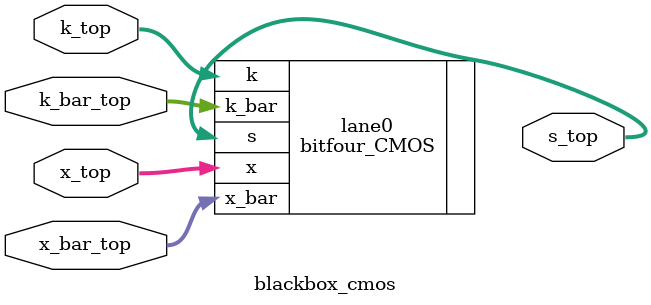
<source format=v>
module blackbox_cmos(
`ifdef USE_POWER_PINS	
	inout VDD,
	inout GND,
`endif
	input [BIT_SIZE-1:0] x_top,
	input [BIT_SIZE-1:0] x_bar_top,
	input [BIT_SIZE-1:0] k_top,
	input [BIT_SIZE-1:0] k_bar_top,
	output [BIT_SIZE-1:0] s_top
);

parameter BIT_SIZE = 4;

bitfour_CMOS lane0 (
`ifdef USE_POWER_PINS	
	.VDD(VDD),
	.GND(GND),
`endif
	.s(s_top[3:0]),
	.x(x_top[3:0]),
	.x_bar(x_bar_top[3:0]),
	.k(k_top[3:0]),
	.k_bar(k_bar_top[3:0])
);	
endmodule

</source>
